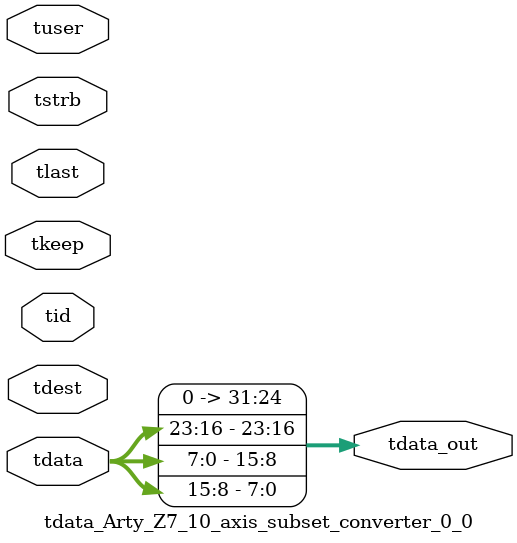
<source format=v>


`timescale 1ps/1ps

module tdata_Arty_Z7_10_axis_subset_converter_0_0 #
(
parameter C_S_AXIS_TDATA_WIDTH = 32,
parameter C_S_AXIS_TUSER_WIDTH = 0,
parameter C_S_AXIS_TID_WIDTH   = 0,
parameter C_S_AXIS_TDEST_WIDTH = 0,
parameter C_M_AXIS_TDATA_WIDTH = 32
)
(
input  [(C_S_AXIS_TDATA_WIDTH == 0 ? 1 : C_S_AXIS_TDATA_WIDTH)-1:0     ] tdata,
input  [(C_S_AXIS_TUSER_WIDTH == 0 ? 1 : C_S_AXIS_TUSER_WIDTH)-1:0     ] tuser,
input  [(C_S_AXIS_TID_WIDTH   == 0 ? 1 : C_S_AXIS_TID_WIDTH)-1:0       ] tid,
input  [(C_S_AXIS_TDEST_WIDTH == 0 ? 1 : C_S_AXIS_TDEST_WIDTH)-1:0     ] tdest,
input  [(C_S_AXIS_TDATA_WIDTH/8)-1:0 ] tkeep,
input  [(C_S_AXIS_TDATA_WIDTH/8)-1:0 ] tstrb,
input                                                                    tlast,
output [C_M_AXIS_TDATA_WIDTH-1:0] tdata_out
);

assign tdata_out = {tdata[23:16],tdata[7:0],tdata[15:8]};

endmodule


</source>
